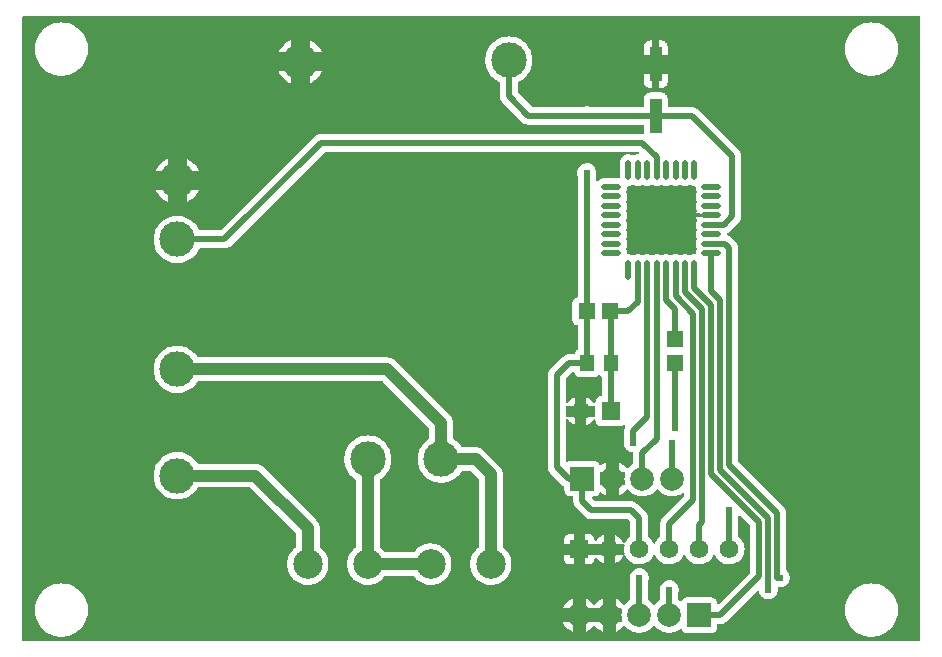
<source format=gtl>
G04 Layer: TopLayer*
G04 EasyEDA v6.5.46, 2024-09-20 08:35:55*
G04 a7edf335d4994be98b658af7e20cc970,64d3660010d149859882a44b8c89f403,10*
G04 Gerber Generator version 0.2*
G04 Scale: 100 percent, Rotated: No, Reflected: No *
G04 Dimensions in millimeters *
G04 leading zeros omitted , absolute positions ,4 integer and 5 decimal *
%FSLAX45Y45*%
%MOMM*%

%AMMACRO1*21,1,$1,$2,0,0,$3*%
%ADD10C,1.0000*%
%ADD11C,0.5000*%
%ADD12O,1.6839946000000001X0.4480052*%
%ADD13O,0.4480052X1.6839946000000001*%
%ADD14MACRO1,1.35X1.41X-90.0000*%
%ADD15R,0.9800X3.0000*%
%ADD16MACRO1,1.377X1.1325X-90.0000*%
%ADD17MACRO1,1.35X1.41X0.0000*%
%ADD18R,1.3500X1.4100*%
%ADD19R,1.5748X1.5748*%
%ADD20C,1.5748*%
%ADD21C,2.5000*%
%ADD22C,3.0000*%
%ADD23R,2.0000X2.0000*%
%ADD24C,2.0000*%
%ADD25C,0.6200*%
%ADD26C,0.0123*%

%LPD*%
G36*
X-5199532Y-3142996D02*
G01*
X-5203444Y-3142183D01*
X-5206695Y-3139998D01*
X-5208930Y-3136696D01*
X-5209692Y-3132785D01*
X-5209692Y2145080D01*
X-5208930Y2148992D01*
X-5206695Y2152243D01*
X-5203444Y2154428D01*
X-5199532Y2155240D01*
X2378303Y2155240D01*
X2382215Y2154428D01*
X2385466Y2152243D01*
X2387701Y2148992D01*
X2388463Y2145080D01*
X2388463Y-3132785D01*
X2387701Y-3136696D01*
X2385466Y-3139998D01*
X2382215Y-3142183D01*
X2378303Y-3142996D01*
G37*

%LPC*%
G36*
X1977999Y-3103321D02*
G01*
X1998776Y-3102356D01*
X2019401Y-3099460D01*
X2039670Y-3094634D01*
X2059432Y-3088030D01*
X2078482Y-3079597D01*
X2096668Y-3069488D01*
X2113838Y-3057702D01*
X2129891Y-3044393D01*
X2144623Y-3029661D01*
X2157933Y-3013659D01*
X2169668Y-2996488D01*
X2179828Y-2978302D01*
X2188210Y-2959252D01*
X2194864Y-2939491D01*
X2199640Y-2919272D01*
X2202484Y-2898648D01*
X2203450Y-2877769D01*
X2202484Y-2856941D01*
X2199640Y-2836316D01*
X2194864Y-2816098D01*
X2188210Y-2796336D01*
X2179828Y-2777286D01*
X2169668Y-2759049D01*
X2157933Y-2741930D01*
X2144623Y-2725877D01*
X2129891Y-2711196D01*
X2113838Y-2697886D01*
X2096668Y-2686100D01*
X2078482Y-2675991D01*
X2059432Y-2667558D01*
X2039670Y-2660904D01*
X2019401Y-2656128D01*
X1998776Y-2653233D01*
X1977999Y-2652268D01*
X1957171Y-2653233D01*
X1936546Y-2656128D01*
X1916277Y-2660904D01*
X1896516Y-2667558D01*
X1877466Y-2675991D01*
X1859280Y-2686100D01*
X1842109Y-2697886D01*
X1826056Y-2711196D01*
X1811324Y-2725877D01*
X1798015Y-2741930D01*
X1786280Y-2759049D01*
X1776120Y-2777286D01*
X1767738Y-2796336D01*
X1761083Y-2816098D01*
X1756308Y-2836316D01*
X1753463Y-2856941D01*
X1752498Y-2877769D01*
X1753463Y-2898648D01*
X1756308Y-2919272D01*
X1761083Y-2939491D01*
X1767738Y-2959252D01*
X1776120Y-2978302D01*
X1786280Y-2996488D01*
X1798015Y-3013659D01*
X1811324Y-3029661D01*
X1826056Y-3044393D01*
X1842109Y-3057702D01*
X1859280Y-3069488D01*
X1877466Y-3079597D01*
X1896516Y-3088030D01*
X1916277Y-3094634D01*
X1936546Y-3099460D01*
X1957171Y-3102356D01*
G37*
G36*
X-4880000Y-3103321D02*
G01*
X-4859172Y-3102356D01*
X-4838547Y-3099460D01*
X-4818278Y-3094634D01*
X-4798568Y-3088030D01*
X-4779518Y-3079597D01*
X-4761280Y-3069488D01*
X-4744110Y-3057702D01*
X-4728108Y-3044393D01*
X-4713376Y-3029661D01*
X-4700066Y-3013659D01*
X-4688281Y-2996488D01*
X-4678172Y-2978302D01*
X-4669739Y-2959252D01*
X-4663135Y-2939491D01*
X-4658360Y-2919272D01*
X-4655464Y-2898648D01*
X-4654499Y-2877769D01*
X-4655464Y-2856941D01*
X-4658360Y-2836316D01*
X-4663135Y-2816098D01*
X-4669739Y-2796336D01*
X-4678172Y-2777286D01*
X-4688281Y-2759049D01*
X-4700066Y-2741930D01*
X-4713376Y-2725877D01*
X-4728108Y-2711196D01*
X-4744110Y-2697886D01*
X-4761280Y-2686100D01*
X-4779518Y-2675991D01*
X-4798568Y-2667558D01*
X-4818278Y-2660904D01*
X-4838547Y-2656128D01*
X-4859172Y-2653233D01*
X-4880000Y-2652268D01*
X-4900828Y-2653233D01*
X-4921453Y-2656128D01*
X-4941722Y-2660904D01*
X-4961432Y-2667558D01*
X-4980482Y-2675991D01*
X-4998720Y-2686100D01*
X-5015890Y-2697886D01*
X-5031892Y-2711196D01*
X-5046624Y-2725877D01*
X-5059934Y-2741930D01*
X-5071719Y-2759049D01*
X-5081828Y-2777286D01*
X-5090261Y-2796336D01*
X-5096865Y-2816098D01*
X-5101640Y-2836316D01*
X-5104536Y-2856941D01*
X-5105501Y-2877769D01*
X-5104536Y-2898648D01*
X-5101640Y-2919272D01*
X-5096865Y-2939491D01*
X-5090261Y-2959252D01*
X-5081828Y-2978302D01*
X-5071719Y-2996488D01*
X-5059934Y-3013659D01*
X-5046624Y-3029661D01*
X-5031892Y-3044393D01*
X-5015890Y-3057702D01*
X-4998720Y-3069488D01*
X-4980482Y-3079597D01*
X-4961432Y-3088030D01*
X-4941722Y-3094634D01*
X-4921453Y-3099460D01*
X-4900828Y-3102356D01*
G37*
G36*
X12700Y-3071520D02*
G01*
X29565Y-3070555D01*
X46177Y-3067710D01*
X62382Y-3062986D01*
X77978Y-3056534D01*
X92760Y-3048406D01*
X106527Y-3038602D01*
X119126Y-3027375D01*
X130352Y-3014776D01*
X131419Y-3013303D01*
X134213Y-3010611D01*
X137769Y-3009188D01*
X141630Y-3009188D01*
X145186Y-3010611D01*
X147980Y-3013303D01*
X149047Y-3014776D01*
X160274Y-3027375D01*
X172872Y-3038602D01*
X186639Y-3048406D01*
X201422Y-3056534D01*
X217017Y-3062986D01*
X233222Y-3067710D01*
X249834Y-3070555D01*
X266700Y-3071520D01*
X283565Y-3070555D01*
X300177Y-3067710D01*
X316382Y-3062986D01*
X331978Y-3056534D01*
X346760Y-3048406D01*
X360324Y-3038805D01*
X364388Y-3037078D01*
X368808Y-3037230D01*
X372719Y-3039313D01*
X375412Y-3042818D01*
X376986Y-3046272D01*
X382066Y-3053435D01*
X388264Y-3059633D01*
X395478Y-3064713D01*
X403453Y-3068370D01*
X411937Y-3070707D01*
X421132Y-3071520D01*
X620268Y-3071520D01*
X629462Y-3070707D01*
X637946Y-3068370D01*
X645922Y-3064713D01*
X653135Y-3059633D01*
X659333Y-3053435D01*
X664413Y-3046272D01*
X668121Y-3038297D01*
X670407Y-3029712D01*
X671220Y-3020517D01*
X671220Y-3006648D01*
X671982Y-3002788D01*
X674166Y-2999435D01*
X677468Y-2997301D01*
X681329Y-2996438D01*
X701294Y-2996438D01*
X710031Y-2995574D01*
X712470Y-2995168D01*
X721055Y-2993034D01*
X723341Y-2992272D01*
X733704Y-2987802D01*
X741273Y-2983280D01*
X750062Y-2976168D01*
X1008329Y-2718054D01*
X1011783Y-2715717D01*
X1015898Y-2715107D01*
X1019962Y-2716072D01*
X1023213Y-2718612D01*
X1025245Y-2722321D01*
X1028801Y-2734157D01*
X1033830Y-2744927D01*
X1040434Y-2754884D01*
X1048359Y-2763774D01*
X1057503Y-2771343D01*
X1067663Y-2777591D01*
X1078585Y-2782163D01*
X1090117Y-2785262D01*
X1101902Y-2786481D01*
X1113790Y-2786075D01*
X1125524Y-2783941D01*
X1136751Y-2780080D01*
X1147318Y-2774645D01*
X1157020Y-2767736D01*
X1165555Y-2759506D01*
X1172819Y-2750007D01*
X1178661Y-2739644D01*
X1182928Y-2728620D01*
X1185519Y-2716987D01*
X1186383Y-2705150D01*
X1185621Y-2694990D01*
X1186281Y-2690622D01*
X1188720Y-2686913D01*
X1192479Y-2684678D01*
X1196848Y-2684170D01*
X1203604Y-2684881D01*
X1215491Y-2684424D01*
X1227226Y-2682341D01*
X1238453Y-2678480D01*
X1249019Y-2673045D01*
X1258722Y-2666136D01*
X1267256Y-2657856D01*
X1274521Y-2648407D01*
X1280363Y-2638044D01*
X1284630Y-2626918D01*
X1287221Y-2615387D01*
X1288084Y-2603449D01*
X1287221Y-2591562D01*
X1284630Y-2579979D01*
X1280363Y-2568905D01*
X1274521Y-2558491D01*
X1267256Y-2549093D01*
X1259789Y-2541879D01*
X1257503Y-2538526D01*
X1256690Y-2534564D01*
X1256639Y-2054707D01*
X1255826Y-2045919D01*
X1255420Y-2043480D01*
X1253286Y-2034895D01*
X1249121Y-2024430D01*
X1248054Y-2022297D01*
X1243482Y-2014677D01*
X1242060Y-2012696D01*
X1236421Y-2005888D01*
X853287Y-1622653D01*
X851052Y-1619402D01*
X850290Y-1615541D01*
X850239Y193192D01*
X849426Y201980D01*
X849020Y204419D01*
X846886Y213004D01*
X842721Y223469D01*
X841654Y225602D01*
X837082Y233222D01*
X835660Y235204D01*
X830021Y242011D01*
X792480Y279552D01*
X783691Y286562D01*
X776122Y291185D01*
X773938Y292252D01*
X764946Y295910D01*
X761644Y298145D01*
X759409Y301447D01*
X758647Y305358D01*
X758647Y309626D01*
X759256Y313029D01*
X760933Y316128D01*
X763574Y318312D01*
X771601Y323392D01*
X778560Y329082D01*
X855421Y405739D01*
X862482Y414528D01*
X868121Y424281D01*
X871474Y432358D01*
X872286Y434848D01*
X874826Y445770D01*
X875639Y454456D01*
X875639Y967892D01*
X874826Y976680D01*
X874420Y979119D01*
X872286Y987704D01*
X868121Y998169D01*
X867054Y1000302D01*
X862482Y1007922D01*
X861060Y1009903D01*
X855421Y1016711D01*
X512927Y1359154D01*
X506120Y1364843D01*
X504139Y1366266D01*
X496570Y1370838D01*
X486206Y1375257D01*
X483870Y1376070D01*
X475284Y1378204D01*
X472897Y1378610D01*
X464058Y1379474D01*
X262077Y1379524D01*
X258165Y1380236D01*
X254863Y1382471D01*
X252679Y1385773D01*
X251917Y1389684D01*
X251917Y1453540D01*
X251104Y1462735D01*
X248818Y1471269D01*
X245110Y1479245D01*
X240029Y1486458D01*
X233832Y1492656D01*
X226618Y1497736D01*
X218643Y1501394D01*
X210159Y1503730D01*
X200964Y1504543D01*
X103835Y1504543D01*
X94640Y1503730D01*
X86156Y1501394D01*
X78181Y1497736D01*
X70967Y1492656D01*
X64769Y1486458D01*
X59690Y1479245D01*
X55981Y1471269D01*
X53695Y1462735D01*
X52882Y1453540D01*
X52882Y1393799D01*
X52120Y1389888D01*
X49936Y1386535D01*
X46634Y1384401D01*
X42722Y1383588D01*
X-399796Y1383588D01*
X-403047Y1384096D01*
X-411175Y1386941D01*
X-422909Y1389075D01*
X-434797Y1389481D01*
X-446582Y1388211D01*
X-458114Y1385163D01*
X-459993Y1384452D01*
X-463956Y1383588D01*
X-891489Y1383588D01*
X-895400Y1384401D01*
X-898702Y1386535D01*
X-1013612Y1501546D01*
X-1015847Y1504797D01*
X-1016609Y1508658D01*
X-1016609Y1585772D01*
X-1015898Y1589582D01*
X-1013866Y1592732D01*
X-1010767Y1595018D01*
X-997712Y1601216D01*
X-980795Y1611274D01*
X-964996Y1623009D01*
X-950417Y1636217D01*
X-937209Y1650796D01*
X-925474Y1666646D01*
X-915365Y1683512D01*
X-906983Y1701241D01*
X-900328Y1719783D01*
X-895553Y1738934D01*
X-892657Y1758340D01*
X-891692Y1777949D01*
X-892657Y1797659D01*
X-895553Y1817116D01*
X-900328Y1836216D01*
X-906983Y1854758D01*
X-915365Y1872538D01*
X-925474Y1889404D01*
X-937209Y1905203D01*
X-950417Y1919782D01*
X-964996Y1932990D01*
X-980795Y1944725D01*
X-997712Y1954834D01*
X-1015492Y1963267D01*
X-1033983Y1969820D01*
X-1053084Y1974596D01*
X-1072540Y1977542D01*
X-1092200Y1978507D01*
X-1111859Y1977542D01*
X-1131316Y1974596D01*
X-1150416Y1969820D01*
X-1168908Y1963267D01*
X-1186688Y1954834D01*
X-1203553Y1944725D01*
X-1219403Y1932990D01*
X-1233982Y1919782D01*
X-1247190Y1905203D01*
X-1258874Y1889404D01*
X-1268984Y1872538D01*
X-1277416Y1854758D01*
X-1284020Y1836216D01*
X-1288846Y1817116D01*
X-1291691Y1797659D01*
X-1292656Y1777949D01*
X-1291691Y1758340D01*
X-1288846Y1738934D01*
X-1284020Y1719783D01*
X-1277416Y1701241D01*
X-1268984Y1683512D01*
X-1258874Y1666646D01*
X-1247190Y1650796D01*
X-1233982Y1636217D01*
X-1219403Y1623009D01*
X-1203553Y1611274D01*
X-1186688Y1601216D01*
X-1173429Y1594916D01*
X-1170330Y1592630D01*
X-1168298Y1589481D01*
X-1167587Y1585722D01*
X-1167536Y1470558D01*
X-1166723Y1461770D01*
X-1166317Y1459331D01*
X-1164183Y1450797D01*
X-1163421Y1448511D01*
X-1160018Y1440281D01*
X-1158951Y1438148D01*
X-1154379Y1430528D01*
X-1152956Y1428546D01*
X-1147318Y1421739D01*
X-980440Y1254760D01*
X-971651Y1247292D01*
X-969670Y1245819D01*
X-959916Y1240129D01*
X-951737Y1236827D01*
X-949401Y1236065D01*
X-940816Y1233932D01*
X-938428Y1233525D01*
X-929589Y1232662D01*
X-463956Y1232611D01*
X-459993Y1231747D01*
X-458114Y1231036D01*
X-446582Y1227937D01*
X-434797Y1226718D01*
X-422909Y1227124D01*
X-411175Y1229258D01*
X-403047Y1232103D01*
X-399745Y1232611D01*
X42722Y1232611D01*
X46634Y1231798D01*
X49936Y1229664D01*
X52120Y1226312D01*
X52882Y1222400D01*
X52882Y1165047D01*
X52069Y1160983D01*
X49784Y1157681D01*
X46329Y1155496D01*
X42316Y1154887D01*
X-2682240Y1154988D01*
X-2693466Y1153769D01*
X-2704338Y1150874D01*
X-2712516Y1147470D01*
X-2714701Y1146352D01*
X-2722270Y1141780D01*
X-2731058Y1134770D01*
X-3527298Y338632D01*
X-3530600Y336346D01*
X-3534460Y335635D01*
X-3706672Y335635D01*
X-3710381Y336296D01*
X-3713632Y338328D01*
X-3715867Y341477D01*
X-3722065Y354634D01*
X-3732174Y371500D01*
X-3743909Y387248D01*
X-3757117Y401828D01*
X-3771696Y415035D01*
X-3787495Y426770D01*
X-3804361Y436930D01*
X-3822192Y445312D01*
X-3840683Y451967D01*
X-3859784Y456742D01*
X-3879240Y459587D01*
X-3898900Y460552D01*
X-3918559Y459587D01*
X-3938015Y456742D01*
X-3957065Y451967D01*
X-3975608Y445312D01*
X-3993387Y436930D01*
X-4010253Y426770D01*
X-4026052Y415035D01*
X-4040632Y401828D01*
X-4053890Y387248D01*
X-4065574Y371500D01*
X-4075684Y354634D01*
X-4084116Y336804D01*
X-4090720Y318262D01*
X-4095546Y299161D01*
X-4098391Y279704D01*
X-4099356Y260096D01*
X-4098391Y240487D01*
X-4095546Y221030D01*
X-4090720Y201930D01*
X-4084116Y183388D01*
X-4075684Y165608D01*
X-4065574Y148742D01*
X-4053890Y132943D01*
X-4040632Y118364D01*
X-4026052Y105156D01*
X-4010253Y93421D01*
X-3993387Y83261D01*
X-3975608Y74879D01*
X-3957065Y68224D01*
X-3938015Y63449D01*
X-3918559Y60604D01*
X-3898900Y59639D01*
X-3879240Y60604D01*
X-3859784Y63449D01*
X-3840683Y68224D01*
X-3822192Y74879D01*
X-3804361Y83261D01*
X-3787495Y93421D01*
X-3771696Y105156D01*
X-3757117Y118364D01*
X-3743909Y132943D01*
X-3732174Y148742D01*
X-3722065Y165608D01*
X-3715816Y178816D01*
X-3713581Y181914D01*
X-3710381Y183896D01*
X-3706622Y184658D01*
X-3496360Y184708D01*
X-3487572Y185470D01*
X-3485134Y185877D01*
X-3474262Y188772D01*
X-3463899Y193243D01*
X-3454349Y199237D01*
X-3447542Y204927D01*
X-2651302Y1001064D01*
X-2648000Y1003249D01*
X-2644140Y1004062D01*
X2692Y1004062D01*
X6553Y1003249D01*
X10718Y1000150D01*
X12903Y996899D01*
X13665Y992987D01*
X12903Y989177D01*
X10718Y985875D01*
X7416Y983589D01*
X3505Y982878D01*
X-5435Y982878D01*
X-16205Y981202D01*
X-26619Y978052D01*
X-35610Y973734D01*
X-38506Y972769D01*
X-41503Y972769D01*
X-44399Y973734D01*
X-53390Y978052D01*
X-63804Y981202D01*
X-74574Y982878D01*
X-85445Y982878D01*
X-96215Y981202D01*
X-106629Y978052D01*
X-116433Y973277D01*
X-125425Y967181D01*
X-133451Y959713D01*
X-140208Y951280D01*
X-145643Y941832D01*
X-149656Y931722D01*
X-152044Y921054D01*
X-152908Y909777D01*
X-152908Y787247D01*
X-153670Y783336D01*
X-155905Y780084D01*
X-159156Y777900D01*
X-163068Y777087D01*
X-285648Y777087D01*
X-296875Y776274D01*
X-307492Y773836D01*
X-317652Y769874D01*
X-327050Y764387D01*
X-335584Y757631D01*
X-338683Y754278D01*
X-341985Y751941D01*
X-345897Y751027D01*
X-349859Y751687D01*
X-353263Y753922D01*
X-355498Y757224D01*
X-356311Y761187D01*
X-356311Y793546D01*
X-355650Y797204D01*
X-353771Y801979D01*
X-351180Y813612D01*
X-350316Y825449D01*
X-351180Y837387D01*
X-353771Y848969D01*
X-358038Y860044D01*
X-363880Y870458D01*
X-371144Y879906D01*
X-379679Y888136D01*
X-389382Y895045D01*
X-399948Y900480D01*
X-411175Y904341D01*
X-422909Y906475D01*
X-434797Y906881D01*
X-446582Y905611D01*
X-458114Y902563D01*
X-469036Y897991D01*
X-479196Y891743D01*
X-488340Y884174D01*
X-496265Y875334D01*
X-502869Y865327D01*
X-507898Y854557D01*
X-511301Y843229D01*
X-513029Y831494D01*
X-513029Y819505D01*
X-511301Y807770D01*
X-507746Y795883D01*
X-507288Y792937D01*
X-507288Y-159613D01*
X-508101Y-164846D01*
X-508914Y-173634D01*
X-508965Y-223469D01*
X-509930Y-227838D01*
X-512622Y-231292D01*
X-516483Y-233273D01*
X-521157Y-234594D01*
X-529132Y-238252D01*
X-536346Y-243332D01*
X-542544Y-249529D01*
X-547624Y-256743D01*
X-551332Y-264718D01*
X-553618Y-273253D01*
X-554431Y-282448D01*
X-554431Y-416509D01*
X-553618Y-425704D01*
X-551332Y-434238D01*
X-547624Y-442214D01*
X-542544Y-449376D01*
X-536346Y-455625D01*
X-529132Y-460705D01*
X-521157Y-464362D01*
X-513232Y-466547D01*
X-509371Y-468579D01*
X-506679Y-472084D01*
X-505714Y-476351D01*
X-505714Y-665429D01*
X-506425Y-669137D01*
X-508508Y-672388D01*
X-519277Y-679856D01*
X-525475Y-686104D01*
X-530504Y-693369D01*
X-534263Y-701243D01*
X-535076Y-704342D01*
X-537108Y-708202D01*
X-540562Y-710946D01*
X-544880Y-711911D01*
X-586740Y-711911D01*
X-597966Y-713130D01*
X-608838Y-716026D01*
X-617016Y-719429D01*
X-619201Y-720547D01*
X-626770Y-725119D01*
X-635558Y-732129D01*
X-740918Y-837488D01*
X-746556Y-844296D01*
X-747979Y-846277D01*
X-752551Y-853897D01*
X-753618Y-856030D01*
X-757783Y-866495D01*
X-759917Y-875080D01*
X-760323Y-877519D01*
X-761136Y-886307D01*
X-761136Y-1666341D01*
X-760323Y-1675130D01*
X-759917Y-1677568D01*
X-757783Y-1686102D01*
X-757021Y-1688388D01*
X-753618Y-1696618D01*
X-752551Y-1698752D01*
X-747979Y-1706372D01*
X-746556Y-1708353D01*
X-740918Y-1715160D01*
X-637540Y-1818639D01*
X-628904Y-1826056D01*
X-624992Y-1828546D01*
X-622554Y-1830882D01*
X-620928Y-1833829D01*
X-620369Y-1837080D01*
X-620369Y-1864817D01*
X-619607Y-1874012D01*
X-617321Y-1882597D01*
X-613613Y-1890572D01*
X-608533Y-1897735D01*
X-602335Y-1903933D01*
X-595122Y-1909013D01*
X-587146Y-1912670D01*
X-578662Y-1915007D01*
X-569468Y-1915820D01*
X-555447Y-1915820D01*
X-551586Y-1916531D01*
X-548284Y-1918817D01*
X-546049Y-1922018D01*
X-545287Y-1925929D01*
X-545236Y-1958441D01*
X-544423Y-1967230D01*
X-544017Y-1969668D01*
X-541883Y-1978202D01*
X-541121Y-1980488D01*
X-537718Y-1988718D01*
X-536651Y-1990852D01*
X-532079Y-1998472D01*
X-530656Y-2000453D01*
X-525018Y-2007260D01*
X-447040Y-2085339D01*
X-438251Y-2092807D01*
X-436270Y-2094280D01*
X-428701Y-2098802D01*
X-418338Y-2103272D01*
X-416051Y-2104034D01*
X-407466Y-2106168D01*
X-405028Y-2106574D01*
X-396240Y-2107438D01*
X-93268Y-2107438D01*
X-89408Y-2108250D01*
X-86106Y-2110435D01*
X-65684Y-2130907D01*
X-63449Y-2134209D01*
X-62687Y-2138070D01*
X-62687Y-2252268D01*
X-63195Y-2255469D01*
X-64668Y-2258364D01*
X-68732Y-2261819D01*
X-80010Y-2272182D01*
X-90017Y-2283815D01*
X-98552Y-2296515D01*
X-105359Y-2309723D01*
X-107696Y-2312720D01*
X-110947Y-2314651D01*
X-114706Y-2315210D01*
X-118414Y-2314448D01*
X-121564Y-2312263D01*
X-123698Y-2309215D01*
X-126339Y-2303221D01*
X-134112Y-2290013D01*
X-143408Y-2277872D01*
X-154076Y-2266848D01*
X-165963Y-2257247D01*
X-178917Y-2249068D01*
X-192735Y-2242413D01*
X-195580Y-2241448D01*
X-195580Y-2316480D01*
X-121869Y-2316480D01*
X-118262Y-2317089D01*
X-115163Y-2318969D01*
X-112877Y-2321915D01*
X-111760Y-2325370D01*
X-111963Y-2328976D01*
X-114503Y-2339340D01*
X-116281Y-2354580D01*
X-116281Y-2369820D01*
X-114503Y-2385009D01*
X-111963Y-2395321D01*
X-111760Y-2399030D01*
X-112877Y-2402484D01*
X-115163Y-2405380D01*
X-118262Y-2407259D01*
X-121869Y-2407869D01*
X-195580Y-2407869D01*
X-195580Y-2482900D01*
X-192735Y-2481986D01*
X-178917Y-2475331D01*
X-165963Y-2467152D01*
X-154076Y-2457551D01*
X-143408Y-2446528D01*
X-134112Y-2434336D01*
X-126339Y-2421178D01*
X-123698Y-2415184D01*
X-121564Y-2412085D01*
X-118414Y-2409952D01*
X-114706Y-2409190D01*
X-110947Y-2409748D01*
X-107696Y-2411679D01*
X-105359Y-2414676D01*
X-98552Y-2427884D01*
X-90017Y-2440584D01*
X-80010Y-2452217D01*
X-68732Y-2462580D01*
X-56286Y-2471420D01*
X-42875Y-2478836D01*
X-28702Y-2484577D01*
X-13919Y-2488641D01*
X1219Y-2490876D01*
X16510Y-2491384D01*
X31800Y-2489962D01*
X46736Y-2486863D01*
X61264Y-2481986D01*
X75082Y-2475331D01*
X88036Y-2467152D01*
X99923Y-2457551D01*
X110591Y-2446528D01*
X119887Y-2434336D01*
X127660Y-2421178D01*
X130302Y-2415184D01*
X132435Y-2412085D01*
X135585Y-2409952D01*
X139293Y-2409190D01*
X143052Y-2409748D01*
X146304Y-2411679D01*
X148640Y-2414676D01*
X155448Y-2427884D01*
X163982Y-2440584D01*
X173990Y-2452217D01*
X185267Y-2462580D01*
X197713Y-2471420D01*
X211124Y-2478836D01*
X225298Y-2484577D01*
X240080Y-2488641D01*
X255219Y-2490876D01*
X270510Y-2491384D01*
X285800Y-2489962D01*
X300736Y-2486863D01*
X315264Y-2481986D01*
X329082Y-2475331D01*
X342036Y-2467152D01*
X353923Y-2457551D01*
X364591Y-2446528D01*
X373888Y-2434336D01*
X381660Y-2421178D01*
X384302Y-2415184D01*
X386435Y-2412085D01*
X389585Y-2409952D01*
X393293Y-2409190D01*
X397052Y-2409748D01*
X400304Y-2411679D01*
X402640Y-2414676D01*
X409448Y-2427884D01*
X417982Y-2440584D01*
X427990Y-2452217D01*
X439267Y-2462580D01*
X451713Y-2471420D01*
X465124Y-2478836D01*
X479298Y-2484577D01*
X494080Y-2488641D01*
X509219Y-2490876D01*
X524510Y-2491384D01*
X539800Y-2489962D01*
X554736Y-2486863D01*
X569264Y-2481986D01*
X583082Y-2475331D01*
X596036Y-2467152D01*
X607923Y-2457551D01*
X618591Y-2446528D01*
X627888Y-2434336D01*
X635660Y-2421178D01*
X638302Y-2415184D01*
X640435Y-2412085D01*
X643585Y-2409952D01*
X647293Y-2409190D01*
X651052Y-2409748D01*
X654304Y-2411679D01*
X656640Y-2414676D01*
X663448Y-2427884D01*
X671982Y-2440584D01*
X681990Y-2452217D01*
X693267Y-2462580D01*
X705713Y-2471420D01*
X719124Y-2478836D01*
X733298Y-2484577D01*
X748080Y-2488641D01*
X763219Y-2490876D01*
X778510Y-2491384D01*
X793800Y-2489962D01*
X808736Y-2486863D01*
X823264Y-2481986D01*
X837082Y-2475331D01*
X850036Y-2467152D01*
X861923Y-2457551D01*
X872591Y-2446528D01*
X881887Y-2434336D01*
X889660Y-2421178D01*
X895807Y-2407208D01*
X900277Y-2392578D01*
X903020Y-2377490D01*
X903935Y-2362149D01*
X903020Y-2346909D01*
X900277Y-2331821D01*
X895807Y-2317191D01*
X889660Y-2303221D01*
X881887Y-2290013D01*
X872591Y-2277872D01*
X861923Y-2266848D01*
X853948Y-2260346D01*
X851204Y-2256891D01*
X850188Y-2252522D01*
X850188Y-2086305D01*
X850950Y-2082393D01*
X853186Y-2079091D01*
X856487Y-2076856D01*
X860348Y-2076145D01*
X864260Y-2076856D01*
X867511Y-2079091D01*
X950315Y-2161844D01*
X952550Y-2165146D01*
X953312Y-2169007D01*
X953312Y-2555341D01*
X952550Y-2559202D01*
X950315Y-2562453D01*
X688238Y-2824581D01*
X685088Y-2826715D01*
X681329Y-2827528D01*
X677570Y-2826969D01*
X674268Y-2824988D01*
X671982Y-2821990D01*
X670915Y-2818282D01*
X670407Y-2812237D01*
X668121Y-2803702D01*
X664413Y-2795727D01*
X659333Y-2788513D01*
X653135Y-2782366D01*
X645922Y-2777286D01*
X637946Y-2773629D01*
X629462Y-2771292D01*
X620268Y-2770479D01*
X421132Y-2770479D01*
X411937Y-2771292D01*
X403453Y-2773629D01*
X395478Y-2777286D01*
X388264Y-2782366D01*
X382066Y-2788513D01*
X376986Y-2795727D01*
X375412Y-2799181D01*
X372719Y-2802686D01*
X368808Y-2804718D01*
X364388Y-2804922D01*
X360324Y-2803194D01*
X346456Y-2793339D01*
X344170Y-2791155D01*
X342696Y-2788310D01*
X342188Y-2785059D01*
X342188Y-2737053D01*
X342849Y-2733395D01*
X344728Y-2728518D01*
X347319Y-2716987D01*
X348183Y-2705049D01*
X347319Y-2693212D01*
X344728Y-2681579D01*
X340461Y-2670556D01*
X334619Y-2660142D01*
X327355Y-2650693D01*
X318820Y-2642463D01*
X309118Y-2635504D01*
X298551Y-2630119D01*
X287324Y-2626258D01*
X275590Y-2624124D01*
X263702Y-2623718D01*
X251917Y-2624937D01*
X240385Y-2628036D01*
X229463Y-2632608D01*
X219303Y-2638856D01*
X210159Y-2646426D01*
X202234Y-2655265D01*
X195630Y-2665272D01*
X190601Y-2676042D01*
X187198Y-2687370D01*
X185470Y-2699105D01*
X185470Y-2711043D01*
X187198Y-2722829D01*
X190754Y-2734716D01*
X191211Y-2737662D01*
X191211Y-2785059D01*
X190703Y-2788310D01*
X189230Y-2791155D01*
X186944Y-2793339D01*
X172872Y-2803347D01*
X160274Y-2814624D01*
X149047Y-2827172D01*
X147980Y-2828645D01*
X145186Y-2831338D01*
X141630Y-2832811D01*
X137769Y-2832811D01*
X134213Y-2831338D01*
X131419Y-2828645D01*
X130352Y-2827172D01*
X119126Y-2814624D01*
X106527Y-2803347D01*
X92456Y-2793339D01*
X90170Y-2791155D01*
X88696Y-2788310D01*
X88188Y-2785059D01*
X88188Y-2635453D01*
X88849Y-2631795D01*
X90728Y-2626918D01*
X93319Y-2615387D01*
X94183Y-2603449D01*
X93319Y-2591612D01*
X90728Y-2579979D01*
X86461Y-2568956D01*
X80619Y-2558542D01*
X73355Y-2549093D01*
X64820Y-2540863D01*
X55117Y-2533904D01*
X44551Y-2528519D01*
X33324Y-2524658D01*
X21590Y-2522524D01*
X9702Y-2522118D01*
X-2082Y-2523337D01*
X-13614Y-2526436D01*
X-24536Y-2531008D01*
X-34696Y-2537256D01*
X-43840Y-2544826D01*
X-51765Y-2553665D01*
X-58369Y-2563672D01*
X-63398Y-2574442D01*
X-66802Y-2585770D01*
X-68529Y-2597505D01*
X-68529Y-2609443D01*
X-66802Y-2621229D01*
X-63246Y-2633116D01*
X-62788Y-2636062D01*
X-62788Y-2785059D01*
X-63296Y-2788310D01*
X-64769Y-2791155D01*
X-67056Y-2793339D01*
X-81127Y-2803347D01*
X-93726Y-2814624D01*
X-104952Y-2827172D01*
X-106019Y-2828645D01*
X-108813Y-2831338D01*
X-112369Y-2832811D01*
X-116230Y-2832811D01*
X-119786Y-2831338D01*
X-122580Y-2828645D01*
X-123647Y-2827172D01*
X-134874Y-2814624D01*
X-147472Y-2803347D01*
X-161239Y-2793593D01*
X-176022Y-2785465D01*
X-184962Y-2781706D01*
X-184962Y-2864612D01*
X-140919Y-2864612D01*
X-137261Y-2865374D01*
X-134061Y-2867355D01*
X-131826Y-2870301D01*
X-130810Y-2873857D01*
X-131165Y-2877667D01*
X-134010Y-2887522D01*
X-136855Y-2904134D01*
X-137769Y-2920949D01*
X-136855Y-2937865D01*
X-134010Y-2954477D01*
X-131165Y-2964332D01*
X-130810Y-2968142D01*
X-131826Y-2971647D01*
X-134061Y-2974644D01*
X-137261Y-2976626D01*
X-140919Y-2977388D01*
X-184962Y-2977388D01*
X-184962Y-3060293D01*
X-176022Y-3056534D01*
X-161239Y-3048406D01*
X-147472Y-3038602D01*
X-134874Y-3027375D01*
X-123647Y-3014776D01*
X-122580Y-3013303D01*
X-119786Y-3010611D01*
X-116230Y-3009188D01*
X-112369Y-3009188D01*
X-108813Y-3010611D01*
X-106019Y-3013303D01*
X-104952Y-3014776D01*
X-93726Y-3027375D01*
X-81127Y-3038602D01*
X-67360Y-3048406D01*
X-52578Y-3056534D01*
X-36982Y-3062986D01*
X-20777Y-3067710D01*
X-4165Y-3070555D01*
G37*
G36*
X-551637Y-3060293D02*
G01*
X-551637Y-2977388D01*
X-634593Y-2977388D01*
X-630885Y-2986278D01*
X-622706Y-3001010D01*
X-612952Y-3014776D01*
X-601726Y-3027375D01*
X-589127Y-3038602D01*
X-575360Y-3048406D01*
X-560578Y-3056534D01*
G37*
G36*
X-438962Y-3060293D02*
G01*
X-430022Y-3056534D01*
X-415239Y-3048406D01*
X-401472Y-3038602D01*
X-388874Y-3027375D01*
X-377647Y-3014776D01*
X-376580Y-3013303D01*
X-373786Y-3010611D01*
X-370230Y-3009188D01*
X-366369Y-3009188D01*
X-362813Y-3010611D01*
X-360019Y-3013303D01*
X-358952Y-3014776D01*
X-347726Y-3027375D01*
X-335127Y-3038602D01*
X-321360Y-3048406D01*
X-306578Y-3056534D01*
X-297637Y-3060293D01*
X-297637Y-2977388D01*
X-438962Y-2977388D01*
G37*
G36*
X-634593Y-2864612D02*
G01*
X-551637Y-2864612D01*
X-551637Y-2781706D01*
X-560578Y-2785465D01*
X-575360Y-2793593D01*
X-589127Y-2803347D01*
X-601726Y-2814624D01*
X-612952Y-2827172D01*
X-622706Y-2840888D01*
X-630885Y-2855722D01*
G37*
G36*
X-438962Y-2864612D02*
G01*
X-297637Y-2864612D01*
X-297637Y-2781706D01*
X-306578Y-2785465D01*
X-321360Y-2793593D01*
X-335127Y-2803347D01*
X-347726Y-2814624D01*
X-358952Y-2827172D01*
X-360019Y-2828645D01*
X-362813Y-2831338D01*
X-366369Y-2832811D01*
X-370230Y-2832811D01*
X-373786Y-2831338D01*
X-376580Y-2828645D01*
X-377647Y-2827172D01*
X-388874Y-2814624D01*
X-401472Y-2803347D01*
X-415239Y-2793593D01*
X-430022Y-2785465D01*
X-438962Y-2781706D01*
G37*
G36*
X-2281478Y-2664663D02*
G01*
X-2263444Y-2663240D01*
X-2245664Y-2659938D01*
X-2228342Y-2654960D01*
X-2211628Y-2648153D01*
X-2195677Y-2639618D01*
X-2180691Y-2629560D01*
X-2166772Y-2617978D01*
X-2154174Y-2605074D01*
X-2145080Y-2593543D01*
X-2142845Y-2591511D01*
X-2140153Y-2590139D01*
X-2137105Y-2589682D01*
X-1901393Y-2589682D01*
X-1898243Y-2590190D01*
X-1895398Y-2591663D01*
X-1893112Y-2593949D01*
X-1890217Y-2598064D01*
X-1878279Y-2611628D01*
X-1865020Y-2623921D01*
X-1850542Y-2634742D01*
X-1835048Y-2644038D01*
X-1818690Y-2651709D01*
X-1801622Y-2657652D01*
X-1784045Y-2661869D01*
X-1766163Y-2664155D01*
X-1748078Y-2664663D01*
X-1730044Y-2663240D01*
X-1712315Y-2659938D01*
X-1694942Y-2654960D01*
X-1678228Y-2648153D01*
X-1662277Y-2639618D01*
X-1647291Y-2629560D01*
X-1633372Y-2617978D01*
X-1620774Y-2605074D01*
X-1609598Y-2590901D01*
X-1599895Y-2575610D01*
X-1591818Y-2559456D01*
X-1585417Y-2542590D01*
X-1580845Y-2525115D01*
X-1578051Y-2507234D01*
X-1577136Y-2489149D01*
X-1578051Y-2471115D01*
X-1580845Y-2453284D01*
X-1585417Y-2435809D01*
X-1591818Y-2418943D01*
X-1599895Y-2402738D01*
X-1609598Y-2387498D01*
X-1620774Y-2373325D01*
X-1633372Y-2360422D01*
X-1647291Y-2348788D01*
X-1662277Y-2338730D01*
X-1678228Y-2330246D01*
X-1694942Y-2323439D01*
X-1712315Y-2318410D01*
X-1730044Y-2315159D01*
X-1748078Y-2313736D01*
X-1766163Y-2314194D01*
X-1784045Y-2316530D01*
X-1801622Y-2320747D01*
X-1818690Y-2326690D01*
X-1835048Y-2334260D01*
X-1850542Y-2343556D01*
X-1865020Y-2354478D01*
X-1878279Y-2366721D01*
X-1890217Y-2380335D01*
X-1893163Y-2384399D01*
X-1895398Y-2386736D01*
X-1898243Y-2388209D01*
X-1901443Y-2388717D01*
X-2137105Y-2388717D01*
X-2140102Y-2388260D01*
X-2142845Y-2386888D01*
X-2145080Y-2384856D01*
X-2154174Y-2373325D01*
X-2166772Y-2360422D01*
X-2180996Y-2348636D01*
X-2183434Y-2346299D01*
X-2184958Y-2343404D01*
X-2185517Y-2340152D01*
X-2185517Y-1779219D01*
X-2184908Y-1775764D01*
X-2183180Y-1772767D01*
X-2180590Y-1770430D01*
X-2174595Y-1766925D01*
X-2158796Y-1755190D01*
X-2144217Y-1741982D01*
X-2131009Y-1727403D01*
X-2119274Y-1711553D01*
X-2109165Y-1694688D01*
X-2100783Y-1676958D01*
X-2094128Y-1658416D01*
X-2089353Y-1639265D01*
X-2086457Y-1619859D01*
X-2085492Y-1600250D01*
X-2086457Y-1580540D01*
X-2089353Y-1561084D01*
X-2094128Y-1541983D01*
X-2100783Y-1523441D01*
X-2109165Y-1505661D01*
X-2119274Y-1488795D01*
X-2131009Y-1472996D01*
X-2144217Y-1458417D01*
X-2158796Y-1445209D01*
X-2174595Y-1433474D01*
X-2191512Y-1423365D01*
X-2209292Y-1414932D01*
X-2227783Y-1408379D01*
X-2246884Y-1403604D01*
X-2266340Y-1400657D01*
X-2286000Y-1399692D01*
X-2305659Y-1400657D01*
X-2325116Y-1403604D01*
X-2344216Y-1408379D01*
X-2362708Y-1414932D01*
X-2380488Y-1423365D01*
X-2397353Y-1433474D01*
X-2413203Y-1445209D01*
X-2427782Y-1458417D01*
X-2440990Y-1472996D01*
X-2452674Y-1488795D01*
X-2462784Y-1505661D01*
X-2471216Y-1523441D01*
X-2477820Y-1541983D01*
X-2482646Y-1561084D01*
X-2485491Y-1580540D01*
X-2486456Y-1600250D01*
X-2485491Y-1619859D01*
X-2482646Y-1639265D01*
X-2477820Y-1658416D01*
X-2471216Y-1676958D01*
X-2462784Y-1694688D01*
X-2452674Y-1711553D01*
X-2440990Y-1727403D01*
X-2427782Y-1741982D01*
X-2413203Y-1755190D01*
X-2397353Y-1766925D01*
X-2391410Y-1770430D01*
X-2388819Y-1772767D01*
X-2387092Y-1775764D01*
X-2386482Y-1779219D01*
X-2386482Y-2340457D01*
X-2386990Y-2343505D01*
X-2388362Y-2346299D01*
X-2390546Y-2348585D01*
X-2398420Y-2354478D01*
X-2411679Y-2366721D01*
X-2423617Y-2380335D01*
X-2434082Y-2395016D01*
X-2442972Y-2410764D01*
X-2450185Y-2427325D01*
X-2455672Y-2444496D01*
X-2459380Y-2462174D01*
X-2461260Y-2480157D01*
X-2461260Y-2498242D01*
X-2459380Y-2516225D01*
X-2455672Y-2533904D01*
X-2450185Y-2551074D01*
X-2442972Y-2567635D01*
X-2434082Y-2583332D01*
X-2423617Y-2598064D01*
X-2411679Y-2611628D01*
X-2398420Y-2623921D01*
X-2383942Y-2634742D01*
X-2368448Y-2644038D01*
X-2352090Y-2651709D01*
X-2335022Y-2657652D01*
X-2317445Y-2661869D01*
X-2299512Y-2664155D01*
G37*
G36*
X-2789478Y-2664663D02*
G01*
X-2771444Y-2663240D01*
X-2753664Y-2659938D01*
X-2736342Y-2654960D01*
X-2719628Y-2648153D01*
X-2703677Y-2639618D01*
X-2688691Y-2629560D01*
X-2674772Y-2617978D01*
X-2662174Y-2605074D01*
X-2650998Y-2590901D01*
X-2641295Y-2575610D01*
X-2633218Y-2559456D01*
X-2626817Y-2542590D01*
X-2622245Y-2525115D01*
X-2619451Y-2507234D01*
X-2618536Y-2489149D01*
X-2619451Y-2471115D01*
X-2622245Y-2453284D01*
X-2626817Y-2435809D01*
X-2633218Y-2418943D01*
X-2641295Y-2402738D01*
X-2650998Y-2387498D01*
X-2662174Y-2373325D01*
X-2674772Y-2360422D01*
X-2688894Y-2348687D01*
X-2691333Y-2346401D01*
X-2692857Y-2343454D01*
X-2693416Y-2340203D01*
X-2693416Y-2184704D01*
X-2694279Y-2171293D01*
X-2696870Y-2158339D01*
X-2701086Y-2145944D01*
X-2706878Y-2134158D01*
X-2714193Y-2123186D01*
X-2723083Y-2113076D01*
X-3167126Y-1669034D01*
X-3177235Y-1660143D01*
X-3188157Y-1652828D01*
X-3199942Y-1647037D01*
X-3212388Y-1642872D01*
X-3225292Y-1640230D01*
X-3238754Y-1639417D01*
X-3719931Y-1639417D01*
X-3723335Y-1638757D01*
X-3726383Y-1637080D01*
X-3728669Y-1634489D01*
X-3732174Y-1628495D01*
X-3743909Y-1612696D01*
X-3757117Y-1598117D01*
X-3771696Y-1584909D01*
X-3787495Y-1573174D01*
X-3804361Y-1563065D01*
X-3822192Y-1554632D01*
X-3840683Y-1548079D01*
X-3859784Y-1543304D01*
X-3879240Y-1540357D01*
X-3898900Y-1539392D01*
X-3918559Y-1540357D01*
X-3938015Y-1543304D01*
X-3957065Y-1548079D01*
X-3975608Y-1554632D01*
X-3993387Y-1563065D01*
X-4010253Y-1573174D01*
X-4026052Y-1584909D01*
X-4040632Y-1598117D01*
X-4053890Y-1612696D01*
X-4065574Y-1628495D01*
X-4075684Y-1645361D01*
X-4084116Y-1663141D01*
X-4090720Y-1681683D01*
X-4095546Y-1700784D01*
X-4098391Y-1720240D01*
X-4099356Y-1739849D01*
X-4098391Y-1759559D01*
X-4095546Y-1778965D01*
X-4090720Y-1798116D01*
X-4084116Y-1816658D01*
X-4075684Y-1834388D01*
X-4065574Y-1851253D01*
X-4053890Y-1867103D01*
X-4040632Y-1881682D01*
X-4026052Y-1894890D01*
X-4010253Y-1906625D01*
X-3993387Y-1916684D01*
X-3975608Y-1925167D01*
X-3957065Y-1931720D01*
X-3938015Y-1936496D01*
X-3918559Y-1939442D01*
X-3898900Y-1940407D01*
X-3879240Y-1939442D01*
X-3859784Y-1936496D01*
X-3840683Y-1931720D01*
X-3822192Y-1925167D01*
X-3804361Y-1916684D01*
X-3787495Y-1906625D01*
X-3771696Y-1894890D01*
X-3757117Y-1881682D01*
X-3743909Y-1867103D01*
X-3732174Y-1851253D01*
X-3728618Y-1845259D01*
X-3726332Y-1842719D01*
X-3723335Y-1840941D01*
X-3719880Y-1840331D01*
X-3284220Y-1840331D01*
X-3280359Y-1841144D01*
X-3277057Y-1843328D01*
X-2897378Y-2223058D01*
X-2895142Y-2226310D01*
X-2894380Y-2230170D01*
X-2894380Y-2340356D01*
X-2894888Y-2343404D01*
X-2896260Y-2346248D01*
X-2898444Y-2348433D01*
X-2906420Y-2354478D01*
X-2919679Y-2366721D01*
X-2931617Y-2380335D01*
X-2942082Y-2395016D01*
X-2950972Y-2410764D01*
X-2958185Y-2427325D01*
X-2963672Y-2444496D01*
X-2967380Y-2462174D01*
X-2969260Y-2480157D01*
X-2969260Y-2498242D01*
X-2967380Y-2516225D01*
X-2963672Y-2533904D01*
X-2958185Y-2551074D01*
X-2950972Y-2567635D01*
X-2942082Y-2583332D01*
X-2931617Y-2598064D01*
X-2919679Y-2611628D01*
X-2906420Y-2623921D01*
X-2891942Y-2634742D01*
X-2876448Y-2644038D01*
X-2860090Y-2651709D01*
X-2843022Y-2657652D01*
X-2825445Y-2661869D01*
X-2807512Y-2664155D01*
G37*
G36*
X-1240078Y-2664663D02*
G01*
X-1222044Y-2663240D01*
X-1204315Y-2659938D01*
X-1186942Y-2654960D01*
X-1170228Y-2648153D01*
X-1154277Y-2639618D01*
X-1139291Y-2629560D01*
X-1125372Y-2617978D01*
X-1112774Y-2605074D01*
X-1101598Y-2590901D01*
X-1091895Y-2575610D01*
X-1083818Y-2559456D01*
X-1077417Y-2542590D01*
X-1072845Y-2525115D01*
X-1070051Y-2507234D01*
X-1069136Y-2489149D01*
X-1070051Y-2471115D01*
X-1072845Y-2453284D01*
X-1077417Y-2435809D01*
X-1083818Y-2418943D01*
X-1091895Y-2402738D01*
X-1101598Y-2387498D01*
X-1112774Y-2373325D01*
X-1125372Y-2360422D01*
X-1139494Y-2348687D01*
X-1141933Y-2346401D01*
X-1143457Y-2343454D01*
X-1144016Y-2340203D01*
X-1144016Y-1727504D01*
X-1144879Y-1714093D01*
X-1147470Y-1701139D01*
X-1151686Y-1688744D01*
X-1157478Y-1676958D01*
X-1164793Y-1665986D01*
X-1173683Y-1655876D01*
X-1300226Y-1529334D01*
X-1310335Y-1520444D01*
X-1321257Y-1513128D01*
X-1333042Y-1507337D01*
X-1345488Y-1503172D01*
X-1358392Y-1500530D01*
X-1371854Y-1499717D01*
X-1484731Y-1499717D01*
X-1488135Y-1499057D01*
X-1491183Y-1497380D01*
X-1493469Y-1494790D01*
X-1496974Y-1488795D01*
X-1508709Y-1472996D01*
X-1521917Y-1458417D01*
X-1536496Y-1445209D01*
X-1552295Y-1433474D01*
X-1558188Y-1429969D01*
X-1560779Y-1427683D01*
X-1562506Y-1424686D01*
X-1563116Y-1421231D01*
X-1563116Y-1295704D01*
X-1563979Y-1282293D01*
X-1566570Y-1269339D01*
X-1570786Y-1256944D01*
X-1576578Y-1245158D01*
X-1583893Y-1234186D01*
X-1592783Y-1224076D01*
X-2047748Y-769112D01*
X-2057857Y-760272D01*
X-2068779Y-752957D01*
X-2080564Y-747115D01*
X-2093010Y-742899D01*
X-2105914Y-740308D01*
X-2119376Y-739444D01*
X-3719931Y-739444D01*
X-3723335Y-738835D01*
X-3726383Y-737158D01*
X-3728669Y-734517D01*
X-3732174Y-728573D01*
X-3743909Y-712825D01*
X-3757117Y-698246D01*
X-3771696Y-685038D01*
X-3787495Y-673303D01*
X-3804361Y-663143D01*
X-3822192Y-654761D01*
X-3840683Y-648106D01*
X-3859784Y-643382D01*
X-3879240Y-640486D01*
X-3898900Y-639521D01*
X-3918559Y-640486D01*
X-3938015Y-643382D01*
X-3957065Y-648106D01*
X-3975608Y-654761D01*
X-3993387Y-663143D01*
X-4010253Y-673303D01*
X-4026052Y-685038D01*
X-4040632Y-698246D01*
X-4053890Y-712825D01*
X-4065574Y-728573D01*
X-4075684Y-745490D01*
X-4084116Y-763219D01*
X-4090720Y-781761D01*
X-4095546Y-800862D01*
X-4098391Y-820369D01*
X-4099356Y-839927D01*
X-4098391Y-859586D01*
X-4095546Y-879043D01*
X-4090720Y-898144D01*
X-4084116Y-916686D01*
X-4075684Y-934516D01*
X-4065574Y-951331D01*
X-4053890Y-967130D01*
X-4040632Y-981710D01*
X-4026052Y-994918D01*
X-4010253Y-1006652D01*
X-3993387Y-1016762D01*
X-3975608Y-1025194D01*
X-3957065Y-1031849D01*
X-3938015Y-1036624D01*
X-3918559Y-1039520D01*
X-3898900Y-1040485D01*
X-3879240Y-1039520D01*
X-3859784Y-1036624D01*
X-3840683Y-1031849D01*
X-3822192Y-1025194D01*
X-3804361Y-1016762D01*
X-3787495Y-1006652D01*
X-3771696Y-994918D01*
X-3757117Y-981710D01*
X-3743909Y-967130D01*
X-3732174Y-951331D01*
X-3728618Y-945387D01*
X-3726332Y-942797D01*
X-3723335Y-941019D01*
X-3719880Y-940460D01*
X-2164842Y-940460D01*
X-2160981Y-941171D01*
X-2157679Y-943457D01*
X-1767078Y-1334058D01*
X-1764842Y-1337310D01*
X-1764080Y-1341170D01*
X-1764080Y-1421180D01*
X-1764690Y-1424584D01*
X-1766417Y-1427581D01*
X-1769008Y-1429918D01*
X-1775053Y-1433474D01*
X-1790903Y-1445209D01*
X-1805482Y-1458417D01*
X-1818690Y-1472996D01*
X-1830374Y-1488795D01*
X-1840484Y-1505661D01*
X-1848916Y-1523441D01*
X-1855520Y-1541983D01*
X-1860346Y-1561084D01*
X-1863191Y-1580540D01*
X-1864156Y-1600250D01*
X-1863191Y-1619859D01*
X-1860346Y-1639265D01*
X-1855520Y-1658416D01*
X-1848916Y-1676958D01*
X-1840484Y-1694688D01*
X-1830374Y-1711553D01*
X-1818690Y-1727403D01*
X-1805482Y-1741982D01*
X-1790903Y-1755190D01*
X-1775053Y-1766925D01*
X-1758188Y-1776984D01*
X-1740407Y-1785467D01*
X-1721916Y-1792020D01*
X-1702816Y-1796796D01*
X-1683359Y-1799742D01*
X-1663700Y-1800707D01*
X-1644040Y-1799742D01*
X-1624584Y-1796796D01*
X-1605483Y-1792020D01*
X-1586992Y-1785467D01*
X-1569212Y-1776984D01*
X-1552295Y-1766925D01*
X-1536496Y-1755190D01*
X-1521917Y-1741982D01*
X-1508709Y-1727403D01*
X-1496974Y-1711553D01*
X-1493418Y-1705559D01*
X-1491132Y-1703019D01*
X-1488135Y-1701241D01*
X-1484680Y-1700631D01*
X-1417320Y-1700631D01*
X-1413459Y-1701444D01*
X-1410157Y-1703628D01*
X-1347978Y-1765858D01*
X-1345742Y-1769110D01*
X-1344980Y-1772970D01*
X-1344980Y-2340356D01*
X-1345488Y-2343404D01*
X-1346860Y-2346248D01*
X-1349044Y-2348433D01*
X-1357020Y-2354478D01*
X-1370279Y-2366721D01*
X-1382217Y-2380335D01*
X-1392682Y-2395016D01*
X-1401572Y-2410764D01*
X-1408785Y-2427325D01*
X-1414272Y-2444496D01*
X-1417980Y-2462174D01*
X-1419860Y-2480157D01*
X-1419860Y-2498242D01*
X-1417980Y-2516225D01*
X-1414272Y-2533904D01*
X-1408785Y-2551074D01*
X-1401572Y-2567635D01*
X-1392682Y-2583332D01*
X-1382217Y-2598064D01*
X-1370279Y-2611628D01*
X-1357020Y-2623921D01*
X-1342542Y-2634742D01*
X-1327048Y-2644038D01*
X-1310690Y-2651709D01*
X-1293622Y-2657652D01*
X-1276045Y-2661869D01*
X-1258163Y-2664155D01*
G37*
G36*
X-573582Y-2491384D02*
G01*
X-541020Y-2491384D01*
X-541020Y-2407869D01*
X-624535Y-2407869D01*
X-624535Y-2440533D01*
X-623722Y-2449728D01*
X-621436Y-2458161D01*
X-617728Y-2466136D01*
X-612698Y-2473350D01*
X-606450Y-2479598D01*
X-599287Y-2484628D01*
X-591312Y-2488387D01*
X-582777Y-2490622D01*
G37*
G36*
X-449580Y-2491384D02*
G01*
X-417017Y-2491384D01*
X-407822Y-2490622D01*
X-399288Y-2488387D01*
X-391312Y-2484628D01*
X-384149Y-2479598D01*
X-377901Y-2473350D01*
X-372872Y-2466136D01*
X-369163Y-2458161D01*
X-366877Y-2449728D01*
X-366064Y-2440178D01*
X-364845Y-2436215D01*
X-362153Y-2433116D01*
X-358444Y-2431288D01*
X-354330Y-2431034D01*
X-350469Y-2432507D01*
X-347472Y-2435402D01*
X-344017Y-2440584D01*
X-334010Y-2452217D01*
X-322732Y-2462580D01*
X-310286Y-2471420D01*
X-296875Y-2478836D01*
X-287020Y-2482799D01*
X-287020Y-2407869D01*
X-449580Y-2407869D01*
G37*
G36*
X-624535Y-2316480D02*
G01*
X-541020Y-2316480D01*
X-541020Y-2232964D01*
X-573582Y-2232964D01*
X-582777Y-2233726D01*
X-591312Y-2236012D01*
X-599287Y-2239772D01*
X-606450Y-2244801D01*
X-612698Y-2251049D01*
X-617728Y-2258263D01*
X-621436Y-2266188D01*
X-623722Y-2274671D01*
X-624535Y-2283866D01*
G37*
G36*
X-449580Y-2316480D02*
G01*
X-287020Y-2316480D01*
X-287020Y-2241499D01*
X-296875Y-2245563D01*
X-310286Y-2252980D01*
X-322732Y-2261819D01*
X-334010Y-2272182D01*
X-344017Y-2283815D01*
X-347472Y-2288997D01*
X-350469Y-2291842D01*
X-354330Y-2293315D01*
X-358444Y-2293112D01*
X-362153Y-2291283D01*
X-364845Y-2288133D01*
X-366064Y-2284171D01*
X-366877Y-2274671D01*
X-369163Y-2266188D01*
X-372872Y-2258263D01*
X-377901Y-2251049D01*
X-384149Y-2244801D01*
X-391312Y-2239772D01*
X-399288Y-2236012D01*
X-407822Y-2233726D01*
X-417017Y-2232964D01*
X-449580Y-2232964D01*
G37*
G36*
X-3817518Y577189D02*
G01*
X-3804361Y583438D01*
X-3787495Y593547D01*
X-3771696Y605282D01*
X-3757117Y618490D01*
X-3743909Y633069D01*
X-3732174Y648868D01*
X-3722065Y665683D01*
X-3715867Y678840D01*
X-3817518Y678840D01*
G37*
G36*
X-3980230Y577189D02*
G01*
X-3980230Y678840D01*
X-4081932Y678840D01*
X-4075684Y665683D01*
X-4065574Y648868D01*
X-4053890Y633069D01*
X-4040632Y618490D01*
X-4026052Y605282D01*
X-4010253Y593547D01*
X-3993387Y583438D01*
G37*
G36*
X-3817518Y841552D02*
G01*
X-3715867Y841552D01*
X-3722065Y854710D01*
X-3732174Y871626D01*
X-3743909Y887374D01*
X-3757117Y901953D01*
X-3771696Y915162D01*
X-3787495Y926896D01*
X-3804361Y937056D01*
X-3817518Y943305D01*
G37*
G36*
X-4081932Y841552D02*
G01*
X-3980230Y841552D01*
X-3980230Y943305D01*
X-3993387Y937056D01*
X-4010253Y926896D01*
X-4026052Y915162D01*
X-4040632Y901953D01*
X-4053890Y887374D01*
X-4065574Y871626D01*
X-4075684Y854710D01*
G37*
G36*
X183235Y1543456D02*
G01*
X200964Y1543456D01*
X210159Y1544269D01*
X218643Y1546606D01*
X226618Y1550263D01*
X233832Y1555343D01*
X240029Y1561541D01*
X245110Y1568754D01*
X248818Y1576781D01*
X251104Y1585264D01*
X251917Y1594459D01*
X251917Y1662633D01*
X183235Y1662633D01*
G37*
G36*
X103835Y1543456D02*
G01*
X121564Y1543456D01*
X121564Y1662633D01*
X52882Y1662633D01*
X52882Y1594459D01*
X53695Y1585264D01*
X55981Y1576781D01*
X59690Y1568754D01*
X64769Y1561541D01*
X70967Y1555343D01*
X78181Y1550263D01*
X86156Y1546606D01*
X94640Y1544269D01*
G37*
G36*
X-2938830Y1582267D02*
G01*
X-2938830Y1683969D01*
X-3040532Y1683969D01*
X-3034284Y1670812D01*
X-3024174Y1653946D01*
X-3012490Y1638096D01*
X-2999282Y1623517D01*
X-2984703Y1610309D01*
X-2968853Y1598574D01*
X-2951988Y1588516D01*
G37*
G36*
X-2776169Y1582267D02*
G01*
X-2763012Y1588516D01*
X-2746095Y1598574D01*
X-2730296Y1610309D01*
X-2715717Y1623517D01*
X-2702509Y1638096D01*
X-2690774Y1653946D01*
X-2680665Y1670812D01*
X-2674467Y1683969D01*
X-2776169Y1683969D01*
G37*
G36*
X1977999Y1646478D02*
G01*
X1998776Y1647443D01*
X2019401Y1650339D01*
X2039670Y1655165D01*
X2059432Y1661769D01*
X2078482Y1670202D01*
X2096668Y1680311D01*
X2113838Y1692097D01*
X2129891Y1705406D01*
X2144623Y1720138D01*
X2157933Y1736140D01*
X2169668Y1753311D01*
X2179828Y1771497D01*
X2188210Y1790547D01*
X2194864Y1810308D01*
X2199640Y1830527D01*
X2202484Y1851152D01*
X2203450Y1872030D01*
X2202484Y1892858D01*
X2199640Y1913483D01*
X2194864Y1933702D01*
X2188210Y1953463D01*
X2179828Y1972513D01*
X2169668Y1990750D01*
X2157933Y2007870D01*
X2144623Y2023922D01*
X2129891Y2038604D01*
X2113838Y2051913D01*
X2096668Y2063699D01*
X2078482Y2073808D01*
X2059432Y2082241D01*
X2039670Y2088896D01*
X2019401Y2093671D01*
X1998776Y2096566D01*
X1977999Y2097532D01*
X1957171Y2096566D01*
X1936546Y2093671D01*
X1916277Y2088896D01*
X1896516Y2082241D01*
X1877466Y2073808D01*
X1859280Y2063699D01*
X1842109Y2051913D01*
X1826056Y2038604D01*
X1811324Y2023922D01*
X1798015Y2007870D01*
X1786280Y1990750D01*
X1776120Y1972513D01*
X1767738Y1953463D01*
X1761083Y1933702D01*
X1756308Y1913483D01*
X1753463Y1892858D01*
X1752498Y1872030D01*
X1753463Y1851152D01*
X1756308Y1830527D01*
X1761083Y1810308D01*
X1767738Y1790547D01*
X1776120Y1771497D01*
X1786280Y1753311D01*
X1798015Y1736140D01*
X1811324Y1720138D01*
X1826056Y1705406D01*
X1842109Y1692097D01*
X1859280Y1680311D01*
X1877466Y1670202D01*
X1896516Y1661769D01*
X1916277Y1655165D01*
X1936546Y1650339D01*
X1957171Y1647443D01*
G37*
G36*
X-4880000Y1646478D02*
G01*
X-4859172Y1647443D01*
X-4838547Y1650339D01*
X-4818278Y1655165D01*
X-4798568Y1661769D01*
X-4779518Y1670202D01*
X-4761280Y1680311D01*
X-4744110Y1692097D01*
X-4728108Y1705406D01*
X-4713376Y1720138D01*
X-4700066Y1736140D01*
X-4688281Y1753311D01*
X-4678172Y1771497D01*
X-4669739Y1790547D01*
X-4663135Y1810308D01*
X-4658360Y1830527D01*
X-4655464Y1851152D01*
X-4654499Y1872030D01*
X-4655464Y1892858D01*
X-4658360Y1913483D01*
X-4663135Y1933702D01*
X-4669739Y1953463D01*
X-4678172Y1972513D01*
X-4688281Y1990750D01*
X-4700066Y2007870D01*
X-4713376Y2023922D01*
X-4728108Y2038604D01*
X-4744110Y2051913D01*
X-4761280Y2063699D01*
X-4779518Y2073808D01*
X-4798568Y2082241D01*
X-4818278Y2088896D01*
X-4838547Y2093671D01*
X-4859172Y2096566D01*
X-4880000Y2097532D01*
X-4900828Y2096566D01*
X-4921453Y2093671D01*
X-4941722Y2088896D01*
X-4961432Y2082241D01*
X-4980482Y2073808D01*
X-4998720Y2063699D01*
X-5015890Y2051913D01*
X-5031892Y2038604D01*
X-5046624Y2023922D01*
X-5059934Y2007870D01*
X-5071719Y1990750D01*
X-5081828Y1972513D01*
X-5090261Y1953463D01*
X-5096865Y1933702D01*
X-5101640Y1913483D01*
X-5104536Y1892858D01*
X-5105501Y1872030D01*
X-5104536Y1851152D01*
X-5101640Y1830527D01*
X-5096865Y1810308D01*
X-5090261Y1790547D01*
X-5081828Y1771497D01*
X-5071719Y1753311D01*
X-5059934Y1736140D01*
X-5046624Y1720138D01*
X-5031892Y1705406D01*
X-5015890Y1692097D01*
X-4998720Y1680311D01*
X-4980482Y1670202D01*
X-4961432Y1661769D01*
X-4941722Y1655165D01*
X-4921453Y1650339D01*
X-4900828Y1647443D01*
G37*
G36*
X183235Y1825294D02*
G01*
X251917Y1825294D01*
X251917Y1893519D01*
X251104Y1902764D01*
X248818Y1911197D01*
X245110Y1919224D01*
X240029Y1926386D01*
X233832Y1932635D01*
X226618Y1937664D01*
X218643Y1941423D01*
X210159Y1943709D01*
X200964Y1944471D01*
X183235Y1944471D01*
G37*
G36*
X52882Y1825294D02*
G01*
X121564Y1825294D01*
X121564Y1944471D01*
X103835Y1944471D01*
X94640Y1943709D01*
X86156Y1941423D01*
X78181Y1937664D01*
X70967Y1932635D01*
X64769Y1926386D01*
X59690Y1919224D01*
X55981Y1911197D01*
X53695Y1902764D01*
X52882Y1893519D01*
G37*
G36*
X-3040532Y1846630D02*
G01*
X-2938830Y1846630D01*
X-2938830Y1948332D01*
X-2951988Y1942134D01*
X-2968853Y1932025D01*
X-2984703Y1920290D01*
X-2999282Y1907082D01*
X-3012490Y1892503D01*
X-3024174Y1876704D01*
X-3034284Y1859838D01*
G37*
G36*
X-2776169Y1846630D02*
G01*
X-2674467Y1846630D01*
X-2680665Y1859838D01*
X-2690774Y1876704D01*
X-2702509Y1892503D01*
X-2715717Y1907082D01*
X-2730296Y1920290D01*
X-2746095Y1932025D01*
X-2763012Y1942134D01*
X-2776169Y1948332D01*
G37*

%LPD*%
G36*
X-41503Y124409D02*
G01*
X-44399Y125272D01*
X-53390Y129641D01*
X-63804Y132791D01*
X-74574Y134467D01*
X-79603Y134467D01*
X-83464Y135229D01*
X-86766Y137464D01*
X-89001Y140766D01*
X-89763Y144627D01*
X-89763Y149656D01*
X-91389Y160426D01*
X-94589Y170789D01*
X-98907Y179832D01*
X-99771Y182727D01*
X-99771Y185724D01*
X-98907Y188620D01*
X-94589Y197561D01*
X-91389Y207975D01*
X-89763Y218744D01*
X-89763Y229666D01*
X-91389Y240436D01*
X-94589Y250850D01*
X-98907Y259791D01*
X-99771Y262636D01*
X-99771Y265734D01*
X-98907Y268579D01*
X-94589Y277622D01*
X-91389Y287985D01*
X-89763Y298754D01*
X-89763Y309626D01*
X-91389Y320446D01*
X-94589Y330860D01*
X-98907Y339750D01*
X-99771Y342646D01*
X-99771Y345694D01*
X-98907Y348589D01*
X-94589Y357581D01*
X-91389Y367995D01*
X-89763Y378764D01*
X-89763Y389636D01*
X-91389Y400405D01*
X-94589Y410870D01*
X-98907Y419811D01*
X-99771Y422706D01*
X-99771Y425704D01*
X-98907Y428650D01*
X-94589Y437540D01*
X-91389Y448005D01*
X-89763Y458774D01*
X-89763Y469646D01*
X-91389Y480415D01*
X-94589Y490778D01*
X-98907Y499821D01*
X-99771Y502716D01*
X-99771Y505764D01*
X-98907Y508609D01*
X-94589Y517550D01*
X-91389Y527964D01*
X-89763Y538784D01*
X-89763Y549656D01*
X-91389Y560425D01*
X-94589Y570788D01*
X-98907Y579831D01*
X-99771Y582676D01*
X-99771Y585724D01*
X-98907Y588619D01*
X-94589Y597611D01*
X-91389Y607974D01*
X-89763Y618744D01*
X-89763Y629666D01*
X-91389Y640435D01*
X-94589Y650849D01*
X-98907Y659790D01*
X-99771Y662635D01*
X-99771Y665683D01*
X-98907Y668578D01*
X-94589Y677621D01*
X-91389Y687984D01*
X-89763Y698754D01*
X-89763Y703732D01*
X-89001Y707644D01*
X-86766Y710946D01*
X-83464Y713181D01*
X-79603Y713892D01*
X-74574Y713892D01*
X-63804Y715518D01*
X-53390Y718769D01*
X-44399Y723138D01*
X-41503Y724001D01*
X-38506Y724001D01*
X-35610Y723138D01*
X-26619Y718769D01*
X-16205Y715518D01*
X-5435Y713892D01*
X5435Y713892D01*
X16205Y715518D01*
X26619Y718769D01*
X35560Y723138D01*
X38455Y724001D01*
X41503Y724001D01*
X44399Y723138D01*
X53390Y718769D01*
X63754Y715518D01*
X74523Y713892D01*
X85445Y713892D01*
X96215Y715518D01*
X106629Y718769D01*
X115570Y723138D01*
X118465Y724001D01*
X121513Y724001D01*
X124409Y723138D01*
X133350Y718769D01*
X143764Y715518D01*
X154533Y713892D01*
X165455Y713892D01*
X176225Y715518D01*
X186588Y718769D01*
X195580Y723138D01*
X198475Y724001D01*
X201523Y724001D01*
X204419Y723138D01*
X213360Y718769D01*
X223774Y715518D01*
X234543Y713892D01*
X245414Y713892D01*
X256184Y715518D01*
X266598Y718769D01*
X275590Y723138D01*
X278485Y724001D01*
X281482Y724001D01*
X284378Y723138D01*
X293370Y718769D01*
X303784Y715518D01*
X314553Y713892D01*
X325424Y713892D01*
X336194Y715518D01*
X346608Y718769D01*
X355600Y723138D01*
X358495Y724001D01*
X361492Y724001D01*
X364388Y723138D01*
X373380Y718769D01*
X383794Y715518D01*
X394563Y713892D01*
X405434Y713892D01*
X416204Y715518D01*
X426618Y718769D01*
X435559Y723138D01*
X438454Y724001D01*
X441502Y724001D01*
X444398Y723138D01*
X453390Y718769D01*
X463753Y715518D01*
X474522Y713892D01*
X479551Y713892D01*
X483463Y713181D01*
X486765Y710946D01*
X488950Y707644D01*
X489712Y703732D01*
X489712Y698754D01*
X491337Y687984D01*
X494538Y677621D01*
X498856Y668578D01*
X499770Y665683D01*
X499770Y662635D01*
X498856Y659790D01*
X494538Y650849D01*
X491337Y640435D01*
X489712Y629666D01*
X489712Y618744D01*
X491337Y607974D01*
X494538Y597611D01*
X498856Y588619D01*
X499770Y585724D01*
X499770Y582676D01*
X498856Y579831D01*
X494538Y570788D01*
X491337Y560425D01*
X489712Y549656D01*
X489712Y538784D01*
X491337Y527964D01*
X494538Y517550D01*
X498856Y508609D01*
X499770Y505764D01*
X499770Y502716D01*
X498856Y499821D01*
X494538Y490778D01*
X491743Y481787D01*
X522528Y481787D01*
X525119Y481380D01*
X530758Y478535D01*
X540918Y474522D01*
X542950Y474065D01*
X546506Y472541D01*
X549198Y469696D01*
X550672Y466191D01*
X550672Y462280D01*
X549198Y458673D01*
X546506Y455879D01*
X542950Y454304D01*
X540918Y453847D01*
X530758Y449884D01*
X525119Y447040D01*
X522528Y446684D01*
X491743Y446684D01*
X494538Y437540D01*
X498856Y428650D01*
X499770Y425704D01*
X499770Y422706D01*
X498856Y419811D01*
X494538Y410870D01*
X491337Y400405D01*
X489712Y389636D01*
X489712Y378764D01*
X491337Y367995D01*
X494538Y357581D01*
X498856Y348589D01*
X499770Y345694D01*
X499770Y342646D01*
X498856Y339750D01*
X494538Y330860D01*
X491337Y320446D01*
X489712Y309626D01*
X489712Y298754D01*
X491337Y287985D01*
X494538Y277622D01*
X498856Y268579D01*
X499770Y265734D01*
X499770Y262636D01*
X498856Y259791D01*
X494538Y250850D01*
X491337Y240436D01*
X489712Y229666D01*
X489712Y218744D01*
X491337Y207975D01*
X494538Y197561D01*
X498856Y188620D01*
X499770Y185724D01*
X499770Y182727D01*
X498856Y179832D01*
X494538Y170789D01*
X491337Y160426D01*
X489712Y149656D01*
X489712Y144627D01*
X488950Y140766D01*
X486765Y137464D01*
X483463Y135229D01*
X479551Y134467D01*
X474522Y134467D01*
X463753Y132791D01*
X453390Y129641D01*
X444398Y125272D01*
X441502Y124409D01*
X438454Y124409D01*
X435559Y125272D01*
X426618Y129641D01*
X416204Y132791D01*
X405434Y134467D01*
X394563Y134467D01*
X383794Y132791D01*
X373380Y129641D01*
X364388Y125272D01*
X361492Y124409D01*
X358495Y124409D01*
X355600Y125272D01*
X346608Y129641D01*
X336194Y132791D01*
X325424Y134467D01*
X314553Y134467D01*
X303784Y132791D01*
X293370Y129641D01*
X284378Y125272D01*
X281482Y124409D01*
X278485Y124409D01*
X275590Y125272D01*
X266598Y129641D01*
X256184Y132791D01*
X245414Y134467D01*
X234543Y134467D01*
X223774Y132791D01*
X213360Y129641D01*
X204419Y125272D01*
X201523Y124409D01*
X198475Y124409D01*
X195580Y125272D01*
X186588Y129641D01*
X176225Y132791D01*
X165455Y134467D01*
X154533Y134467D01*
X143764Y132791D01*
X133350Y129641D01*
X124409Y125272D01*
X121513Y124409D01*
X118465Y124409D01*
X115570Y125272D01*
X106629Y129641D01*
X96215Y132791D01*
X85445Y134467D01*
X74523Y134467D01*
X63754Y132791D01*
X53390Y129641D01*
X44399Y125272D01*
X41503Y124409D01*
X38455Y124409D01*
X35560Y125272D01*
X26619Y129641D01*
X16205Y132791D01*
X5435Y134467D01*
X-5435Y134467D01*
X-16205Y132791D01*
X-26619Y129641D01*
X-35610Y125272D01*
X-38506Y124409D01*
G37*

%LPD*%
G36*
X139293Y-2315210D02*
G01*
X135585Y-2314448D01*
X132435Y-2312263D01*
X130302Y-2309215D01*
X127660Y-2303221D01*
X119887Y-2290013D01*
X110591Y-2277872D01*
X99923Y-2266848D01*
X92049Y-2260447D01*
X89306Y-2256942D01*
X88290Y-2252573D01*
X88239Y-2099970D01*
X87426Y-2091182D01*
X87020Y-2088743D01*
X84886Y-2080107D01*
X84124Y-2077821D01*
X79654Y-2067458D01*
X75082Y-2059939D01*
X73660Y-2057958D01*
X68021Y-2051151D01*
X-6350Y-1976729D01*
X-15138Y-1969719D01*
X-22707Y-1965147D01*
X-24892Y-1964029D01*
X-33070Y-1960625D01*
X-43942Y-1957730D01*
X-55168Y-1956511D01*
X-358140Y-1956511D01*
X-362000Y-1955698D01*
X-365302Y-1953514D01*
X-385673Y-1933092D01*
X-387858Y-1929790D01*
X-388670Y-1925929D01*
X-387858Y-1922018D01*
X-385673Y-1918817D01*
X-382371Y-1916531D01*
X-378510Y-1915820D01*
X-370332Y-1915820D01*
X-361137Y-1915007D01*
X-352653Y-1912670D01*
X-344678Y-1909013D01*
X-337464Y-1903933D01*
X-331266Y-1897735D01*
X-326186Y-1890572D01*
X-324612Y-1887118D01*
X-321919Y-1883613D01*
X-318008Y-1881530D01*
X-313588Y-1881378D01*
X-309524Y-1883105D01*
X-295960Y-1892706D01*
X-281178Y-1900834D01*
X-272237Y-1904593D01*
X-272237Y-1821688D01*
X-309219Y-1821688D01*
X-313131Y-1820824D01*
X-316433Y-1818690D01*
X-318617Y-1815338D01*
X-319379Y-1811477D01*
X-319379Y-1719122D01*
X-318617Y-1715211D01*
X-316433Y-1711909D01*
X-313131Y-1709724D01*
X-309219Y-1708912D01*
X-272237Y-1708912D01*
X-272237Y-1626006D01*
X-281178Y-1629765D01*
X-295960Y-1637893D01*
X-309524Y-1647494D01*
X-313588Y-1649222D01*
X-318008Y-1649018D01*
X-321919Y-1646986D01*
X-324612Y-1643481D01*
X-326186Y-1640027D01*
X-331266Y-1632864D01*
X-337464Y-1626666D01*
X-344678Y-1621586D01*
X-352653Y-1617929D01*
X-361137Y-1615592D01*
X-370332Y-1614779D01*
X-569468Y-1614779D01*
X-578662Y-1615592D01*
X-587146Y-1617929D01*
X-595731Y-1621891D01*
X-599694Y-1622856D01*
X-603707Y-1622145D01*
X-607110Y-1619961D01*
X-609396Y-1616608D01*
X-610209Y-1612646D01*
X-610209Y-1268780D01*
X-609346Y-1264615D01*
X-606806Y-1261262D01*
X-603148Y-1259128D01*
X-598932Y-1258671D01*
X-594918Y-1259992D01*
X-591769Y-1262888D01*
X-582930Y-1275181D01*
X-572617Y-1286510D01*
X-560984Y-1296517D01*
X-548335Y-1305052D01*
X-534670Y-1312062D01*
X-528320Y-1314399D01*
X-528320Y-1239469D01*
X-600049Y-1239469D01*
X-603910Y-1238707D01*
X-607212Y-1236522D01*
X-609447Y-1233220D01*
X-610209Y-1229309D01*
X-610209Y-1158240D01*
X-609447Y-1154379D01*
X-607212Y-1151077D01*
X-603910Y-1148842D01*
X-600049Y-1148080D01*
X-528320Y-1148080D01*
X-528320Y-1072946D01*
X-541629Y-1078788D01*
X-554786Y-1086612D01*
X-566978Y-1095908D01*
X-577951Y-1106627D01*
X-587603Y-1118463D01*
X-591464Y-1124610D01*
X-594512Y-1127658D01*
X-598525Y-1129182D01*
X-602843Y-1128928D01*
X-606653Y-1126845D01*
X-609295Y-1123391D01*
X-610209Y-1119174D01*
X-610209Y-924407D01*
X-609447Y-920546D01*
X-607212Y-917244D01*
X-555802Y-865835D01*
X-552500Y-863650D01*
X-548640Y-862837D01*
X-544880Y-862837D01*
X-540613Y-863853D01*
X-537108Y-866495D01*
X-535076Y-870356D01*
X-534263Y-873506D01*
X-530504Y-881430D01*
X-525475Y-888695D01*
X-519277Y-894943D01*
X-512064Y-899972D01*
X-504088Y-903630D01*
X-495604Y-905916D01*
X-486409Y-906780D01*
X-374040Y-906780D01*
X-364794Y-905916D01*
X-356311Y-903630D01*
X-348335Y-899972D01*
X-341122Y-894943D01*
X-337362Y-891184D01*
X-334111Y-888898D01*
X-330200Y-888187D01*
X-326288Y-888898D01*
X-323037Y-891184D01*
X-319278Y-894943D01*
X-312064Y-899972D01*
X-309930Y-900937D01*
X-306832Y-903122D01*
X-304800Y-906373D01*
X-304088Y-910132D01*
X-304088Y-1054963D01*
X-304749Y-1058722D01*
X-306730Y-1061821D01*
X-309727Y-1064107D01*
X-313334Y-1065123D01*
X-316077Y-1065326D01*
X-324612Y-1067612D01*
X-332587Y-1071372D01*
X-339750Y-1076401D01*
X-345998Y-1082649D01*
X-351028Y-1089863D01*
X-354736Y-1097788D01*
X-357022Y-1106271D01*
X-357835Y-1115568D01*
X-359054Y-1119632D01*
X-361797Y-1122781D01*
X-365556Y-1124610D01*
X-369773Y-1124712D01*
X-373634Y-1123188D01*
X-376580Y-1120140D01*
X-377596Y-1118463D01*
X-387248Y-1106627D01*
X-398221Y-1095908D01*
X-410413Y-1086612D01*
X-423570Y-1078788D01*
X-436880Y-1072946D01*
X-436880Y-1148080D01*
X-367995Y-1148080D01*
X-364083Y-1148842D01*
X-360832Y-1151077D01*
X-358597Y-1154379D01*
X-357835Y-1158240D01*
X-357835Y-1229309D01*
X-358597Y-1233220D01*
X-360832Y-1236522D01*
X-364083Y-1238707D01*
X-367995Y-1239469D01*
X-436880Y-1239469D01*
X-436880Y-1314399D01*
X-430530Y-1312062D01*
X-416864Y-1305052D01*
X-404215Y-1296517D01*
X-392582Y-1286510D01*
X-382270Y-1275181D01*
X-376224Y-1266799D01*
X-373227Y-1264005D01*
X-369366Y-1262634D01*
X-365302Y-1262938D01*
X-361645Y-1264818D01*
X-359003Y-1267917D01*
X-357835Y-1271828D01*
X-357022Y-1281328D01*
X-354736Y-1289761D01*
X-351028Y-1297736D01*
X-345998Y-1304950D01*
X-339750Y-1311198D01*
X-332587Y-1316228D01*
X-324612Y-1319987D01*
X-316077Y-1322222D01*
X-306882Y-1322984D01*
X-150317Y-1322984D01*
X-141122Y-1322222D01*
X-132588Y-1319987D01*
X-124612Y-1316228D01*
X-121158Y-1313789D01*
X-117195Y-1312164D01*
X-112877Y-1312265D01*
X-108966Y-1314196D01*
X-106273Y-1317599D01*
X-105206Y-1321765D01*
X-105968Y-1325981D01*
X-110083Y-1336395D01*
X-112217Y-1344980D01*
X-112623Y-1347419D01*
X-113436Y-1356207D01*
X-113487Y-1427632D01*
X-113944Y-1430578D01*
X-117602Y-1442770D01*
X-119329Y-1454505D01*
X-119329Y-1466494D01*
X-117602Y-1478229D01*
X-114198Y-1489557D01*
X-109169Y-1500327D01*
X-102565Y-1510284D01*
X-94640Y-1519174D01*
X-85496Y-1526743D01*
X-75336Y-1532991D01*
X-64414Y-1537563D01*
X-52882Y-1540662D01*
X-46329Y-1541322D01*
X-42824Y-1542389D01*
X-39878Y-1544675D01*
X-37947Y-1547774D01*
X-37287Y-1551482D01*
X-37287Y-1629308D01*
X-37795Y-1632508D01*
X-39268Y-1635353D01*
X-41554Y-1637588D01*
X-55727Y-1647698D01*
X-68326Y-1658924D01*
X-79552Y-1671472D01*
X-80619Y-1672945D01*
X-83413Y-1675638D01*
X-86969Y-1677111D01*
X-90830Y-1677111D01*
X-94386Y-1675638D01*
X-97180Y-1672945D01*
X-98247Y-1671472D01*
X-109474Y-1658924D01*
X-122072Y-1647698D01*
X-135839Y-1637893D01*
X-150622Y-1629765D01*
X-159562Y-1626006D01*
X-159562Y-1708912D01*
X-115519Y-1708912D01*
X-111861Y-1709674D01*
X-108661Y-1711655D01*
X-106426Y-1714601D01*
X-105410Y-1718157D01*
X-105765Y-1721967D01*
X-108610Y-1731822D01*
X-111455Y-1748434D01*
X-112369Y-1765249D01*
X-111455Y-1782165D01*
X-108610Y-1798777D01*
X-105765Y-1808632D01*
X-105410Y-1812442D01*
X-106426Y-1815947D01*
X-108661Y-1818944D01*
X-111861Y-1820925D01*
X-115519Y-1821688D01*
X-159562Y-1821688D01*
X-159562Y-1904593D01*
X-150622Y-1900834D01*
X-135839Y-1892706D01*
X-122072Y-1882902D01*
X-109474Y-1871675D01*
X-98247Y-1859076D01*
X-97180Y-1857603D01*
X-94386Y-1854911D01*
X-90830Y-1853488D01*
X-86969Y-1853488D01*
X-83413Y-1854911D01*
X-80619Y-1857603D01*
X-79552Y-1859076D01*
X-68326Y-1871675D01*
X-55727Y-1882902D01*
X-41960Y-1892706D01*
X-27178Y-1900834D01*
X-11582Y-1907286D01*
X4622Y-1912010D01*
X21234Y-1914855D01*
X38100Y-1915820D01*
X54965Y-1914855D01*
X71577Y-1912010D01*
X87782Y-1907286D01*
X103378Y-1900834D01*
X118160Y-1892706D01*
X131927Y-1882902D01*
X144526Y-1871675D01*
X155752Y-1859076D01*
X156819Y-1857603D01*
X159613Y-1854911D01*
X163169Y-1853488D01*
X167030Y-1853488D01*
X170586Y-1854911D01*
X173380Y-1857603D01*
X174447Y-1859076D01*
X185674Y-1871675D01*
X198272Y-1882902D01*
X212039Y-1892706D01*
X226821Y-1900834D01*
X242417Y-1907286D01*
X258622Y-1912010D01*
X275234Y-1914855D01*
X292100Y-1915820D01*
X308965Y-1914855D01*
X325577Y-1912010D01*
X341782Y-1907286D01*
X357378Y-1900834D01*
X372160Y-1892706D01*
X378460Y-1888236D01*
X382524Y-1886559D01*
X386943Y-1886661D01*
X390855Y-1888693D01*
X393547Y-1892198D01*
X394512Y-1896516D01*
X394512Y-1907641D01*
X393750Y-1911502D01*
X391515Y-1914753D01*
X211582Y-2094788D01*
X205943Y-2101596D01*
X204520Y-2103577D01*
X199948Y-2111197D01*
X198882Y-2113330D01*
X194716Y-2123795D01*
X192582Y-2132380D01*
X192176Y-2134819D01*
X191363Y-2143607D01*
X191312Y-2252268D01*
X190804Y-2255469D01*
X189331Y-2258364D01*
X185267Y-2261819D01*
X173990Y-2272182D01*
X163982Y-2283815D01*
X155448Y-2296515D01*
X148640Y-2309723D01*
X146304Y-2312720D01*
X143052Y-2314651D01*
G37*

%LPD*%
D10*
X-3898798Y-839952D02*
G01*
X-2119020Y-839952D01*
X-1663598Y-1295374D01*
X-1663598Y-1600174D01*
D11*
X240134Y25D02*
G01*
X240134Y-252702D01*
X317500Y-330067D01*
X317500Y-585800D01*
X101Y25D02*
G01*
X101Y-266674D01*
X-82702Y-349478D01*
X-233324Y-349478D01*
X266700Y-2920997D02*
G01*
X266700Y-2705100D01*
X266700Y-2705100D01*
X12700Y-2920997D02*
G01*
X12700Y-2603500D01*
X12700Y-2603500D01*
X774697Y-2031994D02*
G01*
X774697Y-2362197D01*
X317500Y-785797D02*
G01*
X317500Y-1333500D01*
X317500Y-1333500D01*
X-469798Y-1765274D02*
G01*
X-469798Y-1955774D01*
X-393598Y-2031974D01*
X-57810Y-2031974D01*
X12801Y-2102586D01*
X12801Y-2362174D01*
X-431800Y825500D02*
G01*
X-431800Y-174574D01*
X-433473Y-176248D01*
X-433473Y-349478D01*
X-430225Y-787400D02*
G01*
X-430225Y-352658D01*
X-433400Y-349483D01*
X-230200Y-787400D02*
G01*
X-228587Y-789012D01*
X-228587Y-1193797D01*
X-430174Y-787374D02*
G01*
X-584098Y-787374D01*
X-685698Y-888974D01*
X-685698Y-1663674D01*
X-584098Y-1765274D01*
X-469798Y-1765274D01*
X292100Y-1460497D02*
G01*
X292100Y-1765300D01*
X152400Y1303985D02*
G01*
X461439Y1303985D01*
X800199Y965225D01*
X800199Y457225D01*
X727049Y384324D01*
X624184Y384324D01*
X-1092100Y1778025D02*
G01*
X-1092100Y1473225D01*
X-926975Y1308100D01*
X-431800Y1308100D01*
X-431800Y1308100D02*
G01*
X148457Y1308100D01*
X152499Y1304058D01*
X-3898798Y260121D02*
G01*
X-3499002Y260121D01*
X-2679598Y1079525D01*
X38201Y1079525D01*
X159867Y957605D01*
X159867Y848385D01*
D10*
X-2286000Y-2489197D02*
G01*
X-1752602Y-2489197D01*
X-1752600Y-2489200D01*
X-2286000Y-1600197D02*
G01*
X-2286000Y-1600200D01*
X-2286000Y-2489200D01*
D11*
X-233400Y-349483D02*
G01*
X-230200Y-352684D01*
X-230200Y-787400D01*
X319887Y25D02*
G01*
X319887Y-218414D01*
X470001Y-368528D01*
X470001Y-1943074D01*
X266801Y-2146274D01*
X266801Y-2362174D01*
X399897Y25D02*
G01*
X399897Y-184124D01*
X546201Y-330428D01*
X546201Y-2133574D01*
X520801Y-2158974D01*
X520801Y-2362174D01*
X624179Y144297D02*
G01*
X624179Y-179806D01*
X698601Y-254228D01*
X698601Y-1689074D01*
X1105001Y-2095474D01*
X1105001Y-2705074D01*
X624179Y224307D02*
G01*
X741019Y224307D01*
X774801Y190525D01*
X774801Y-1650974D01*
X1181201Y-2057374D01*
X1181201Y-2603474D01*
X1206601Y-2603474D01*
X479907Y25D02*
G01*
X479907Y-149834D01*
X622401Y-292328D01*
X622401Y-1727174D01*
X1028801Y-2133574D01*
X1028801Y-2590774D01*
X698601Y-2920974D01*
X520801Y-2920974D01*
X38201Y-1765274D02*
G01*
X38201Y-1549374D01*
X159867Y-1427708D01*
X159867Y25D01*
X80111Y25D02*
G01*
X80111Y-1240764D01*
X-37998Y-1358874D01*
X-37998Y-1460474D01*
D10*
X-3898798Y-1739874D02*
G01*
X-3238398Y-1739874D01*
X-2793898Y-2184374D01*
X-2793898Y-2489174D01*
X-1663598Y-1600174D02*
G01*
X-1371498Y-1600174D01*
X-1244498Y-1727174D01*
X-1244498Y-2489174D01*
D12*
G01*
X624204Y144195D03*
G01*
X624204Y224205D03*
G01*
X624204Y304215D03*
G01*
X624204Y384200D03*
G01*
X624204Y464210D03*
G01*
X624204Y544195D03*
G01*
X624204Y624204D03*
G01*
X624204Y704214D03*
D13*
G01*
X480009Y848410D03*
G01*
X399999Y848410D03*
G01*
X319989Y848410D03*
G01*
X240004Y848410D03*
G01*
X159994Y848410D03*
G01*
X80009Y848410D03*
G01*
X0Y848410D03*
G01*
X-80010Y848410D03*
D12*
G01*
X-224205Y704214D03*
G01*
X-224205Y624204D03*
G01*
X-224205Y544195D03*
G01*
X-224205Y464210D03*
G01*
X-224205Y384200D03*
G01*
X-224205Y304215D03*
G01*
X-224205Y224205D03*
G01*
X-224205Y144195D03*
D13*
G01*
X-80010Y0D03*
G01*
X0Y0D03*
G01*
X80009Y0D03*
G01*
X159994Y0D03*
G01*
X240004Y0D03*
G01*
X319989Y0D03*
G01*
X399999Y0D03*
G01*
X480009Y0D03*
D14*
G01*
X-433412Y-349483D03*
G01*
X-233408Y-349483D03*
D15*
G01*
X152400Y1743989D03*
G01*
X152400Y1303985D03*
D16*
G01*
X-430204Y-787397D03*
G01*
X-230195Y-787397D03*
D17*
G01*
X317499Y-785799D03*
D18*
G01*
X317500Y-585800D03*
D19*
G01*
X-228600Y-1193800D03*
D20*
G01*
X-482600Y-1193800D03*
G01*
X774700Y-2362200D03*
G01*
X520700Y-2362200D03*
G01*
X266700Y-2362200D03*
G01*
X12700Y-2362200D03*
G01*
X-241300Y-2362200D03*
D19*
G01*
X-495300Y-2362200D03*
D21*
G01*
X-2286000Y-2489200D03*
G01*
X-2794000Y-2489200D03*
G01*
X-1244600Y-2489200D03*
G01*
X-1752600Y-2489200D03*
D22*
G01*
X-3898900Y-1739900D03*
G01*
X-3898900Y-839978D03*
G01*
X-3898900Y260096D03*
G01*
X-3898900Y760221D03*
G01*
X-2286000Y-1600200D03*
G01*
X-1663700Y-1600200D03*
G01*
X-2857500Y1765300D03*
G01*
X-1092200Y1778000D03*
D23*
G01*
X-469900Y-1765300D03*
D24*
G01*
X-215900Y-1765300D03*
G01*
X38100Y-1765300D03*
G01*
X292100Y-1765300D03*
G01*
X-495300Y-2921000D03*
G01*
X-241300Y-2921000D03*
G01*
X12700Y-2921000D03*
G01*
X266700Y-2921000D03*
D23*
G01*
X520700Y-2921000D03*
D25*
G01*
X292100Y-1460500D03*
G01*
X-38100Y-1460500D03*
G01*
X-431800Y1308100D03*
G01*
X-431800Y825500D03*
G01*
X317500Y-1333500D03*
G01*
X774700Y-2032000D03*
G01*
X12700Y-2603500D03*
G01*
X266700Y-2705100D03*
G01*
X1104900Y-2705100D03*
G01*
X1206601Y-2603474D03*
G01*
X190500Y431800D03*
M02*

</source>
